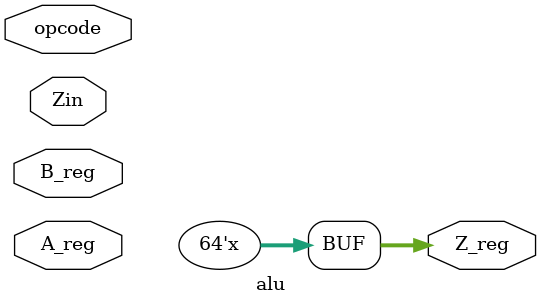
<source format=v>

module alu(
    input wire  signed [31:0] A_reg, 
	 input wire [31:0] B_reg, 
    input [4:0] opcode,
	 input Zin,
    output reg [63:0] Z_reg
);

parameter ADD =5'b00011, SUB =5'b00100, AND =5'b00101, OR =5'b00110, MUL =5'b01111, DIV = 5'b10000, 
SHR = 5'b00111, SHRA = 5'b01000, SHL = 5'b01001, ROR = 5'b01010, ROL = 5'b01011, NEG = 5'b10001, NOT = 5'b10010;

//wire [31:0] IncPC_out, shr_out, shra_out, shl_out, ror_out, rol_out, neg_out, not_out, add_out, sub_out, and_out, or_out;
wire [63:0] mul_out, div_out;
wire [31:0] ror_out, rol_out;
wire [31:0] add_out, sub_out;

reg [31:0] ResHi, ResLo;
wire cout;

initial ResHi = 0;
initial ResLo = 0;

//assign Z_reg = {ResHi, ResLo};

mul_unit mul_val(.Q(A_reg), .b(B_reg), .z(mul_out));
div_unit div_val(.Q(A_reg), .M(B_reg), .z(div_out));
ror_unit ror_val(.in(A_reg), .numRotateBits(B_reg[4:0]), .out(ror_out));
rol_unit rol_val(.in(A_reg), .numRotateBits(B_reg[4:0]), .out(rol_out));
CLA_adder_32_bit adder(A_reg, B_reg, 1'b0, add_out, cout);
sub_32_bit subtractor(A_reg, B_reg, 1'b0, sub_out, cout);

always@(*)
    begin
		 if(Zin) begin
			  case(opcode)
					ADD: ResLo <= add_out;
					SUB: ResLo <= sub_out;
					AND: ResLo <= A_reg & B_reg;
					OR: ResLo <= A_reg | B_reg;
					MUL: {ResHi, ResLo} <= mul_out;
					DIV: {ResHi, ResLo} <= div_out;
					SHR: ResLo <= A_reg >> B_reg;
					SHRA: ResLo <= A_reg >>> B_reg;
					SHL: ResLo <= A_reg << B_reg;
					ROR: ResLo <= ror_out;
					ROL: ResLo <= rol_out;
					NEG: ResLo <= ~B_reg+1;
					NOT: ResLo <= ~B_reg;
					default: begin
						ResLo <= B_reg;
						ResHi <= 0;
					end
			  endcase
			  Z_reg <= {ResHi, ResLo};
		end
    end
endmodule


</source>
